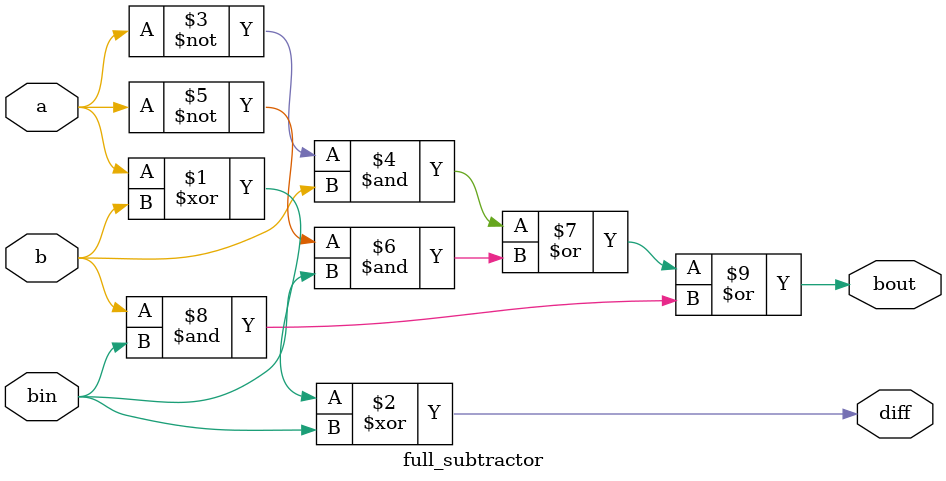
<source format=sv>
module full_subtractor(input logic a, b, bin, output logic diff, bout);
   assign diff = a ^ b ^ bin;
assign bout = (~a & b) | (~a & bin) | (b & bin);
  
  //assign {bout, diff} = a - b - bin;
endmodule

</source>
